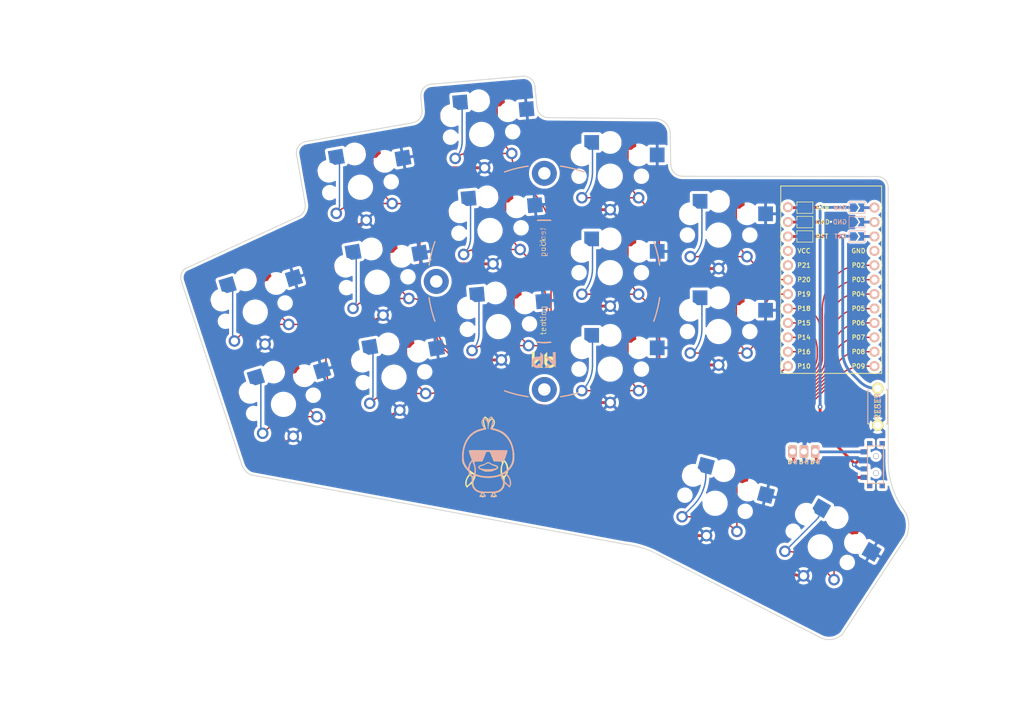
<source format=kicad_pcb>
(kicad_pcb (version 20211014) (generator pcbnew)
  (title_block (title "board") (rev "v1.0.0") (company "Unknown"))
  (layers (0 "F.Cu" signal) (31 "B.Cu" signal) (34 "B.Paste" user) (35 "F.Paste" user) (36 "B.SilkS" user "B.Silkscreen") (37 "F.SilkS" user "F.Silkscreen") (38 "B.Mask" user) (39 "F.Mask" user) (44 "Edge.Cuts" user))
  (net 0 "")
  (net 1 "P6")
  (net 2 "GND")
  (net 3 "P5")
  (net 4 "P4")
  (net 5 "P3")
  (net 6 "P2")
  (net 7 "P18")
  (net 8 "P15")
  (net 9 "P14")
  (net 10 "P16")
  (net 11 "P10")
  (net 12 "P19")
  (net 13 "P20")
  (net 14 "P21")
  (net 15 "P7")
  (net 16 "P8")
  (net 17 "P9")
  (net 18 "RAW")
  (net 19 "RST")
  (net 20 "VCC")
  (net 21 "Braw")
  (footprint "E73:SPDT_C128955" (layer "F.Cu") (at 162.242148 -55.849495 -90)
    (fp_text reference "T1" hide)
    (fp_text value "" hide)
  )
  (footprint "lib:bat" (layer "F.Cu") (at 149.545396 -58.163682)
    (fp_text reference "PAD1" hide)
    (fp_text value "" hide)
  )
  (footprint "kbd:ResetSW" (layer "F.Cu") (at 162.56 -66.04 90)
    (fp_text reference "B1" hide)
    (fp_text value "")
  )
  (footprint "PG1350" (layer "F.Cu") (at 71.38711 -104.745067 10)
    (fp_text reference "S11" hide)
    (fp_text value "" hide)
  )
  (footprint "PG1350" (layer "F.Cu") (at 152.428645 -41.360213 150)
    (fp_text reference "S34" hide)
    (fp_text value "" hide)
  )
  (footprint "PG1350" (layer "F.Cu") (at 94.221643 -97.114167 5)
    (fp_text reference "S15" hide)
    (fp_text value "" hide)
  )
  (footprint "PG1350" (layer "F.Cu") (at 115.411087 -89.686017)
    (fp_text reference "S21" hide)
    (fp_text value "" hide)
  )
  (footprint "PG1350" (layer "F.Cu") (at 77.291148 -71.261603 -170)
    (fp_text reference "S8" hide)
    (fp_text value "" hide)
  )
  (footprint "PG1350" (layer "F.Cu") (at 95.703291 -80.178857 -175)
    (fp_text reference "S14" hide)
    (fp_text value "" hide)
  )
  (footprint "PG1350" (layer "F.Cu") (at 115.411087 -72.686017 180)
    (fp_text reference "S20" hide)
    (fp_text value "" hide)
  )
  (footprint "PG1350" (layer "F.Cu") (at 134.517334 -79.310985 180)
    (fp_text reference "S28" hide)
    (fp_text value "" hide)
  )
  (footprint "PG1350" (layer "F.Cu") (at 134.517334 -96.310985)
    (fp_text reference "S29" hide)
    (fp_text value "" hide)
  )
  (footprint "LOGO" (layer "F.Cu") (at 93.819755 -55.859733)
    (fp_text reference "G***" hide)
    (fp_text value "LOGO" hide)
  )
  (footprint "PG1350" (layer "F.Cu") (at 152.428645 -41.360213 -30)
    (fp_text reference "S33" hide)
    (fp_text value "" hide)
  )
  (footprint "PG1350" (layer "F.Cu") (at 77.291148 -71.261603 10)
    (fp_text reference "S7" hide)
    (fp_text value "" hide)
  )
  (footprint "E73:SPDT_C128955" (layer "F.Cu") (at 162.242148 -55.849495 -90)
    (fp_text reference "T2" hide)
    (fp_text value "" hide)
  )
  (footprint "PG1350" (layer "F.Cu") (at 52.842259 -82.729963 17)
    (fp_text reference "S5" hide)
    (fp_text value "" hide)
  )
  (footprint "PG1350" (layer "F.Cu") (at 134.517334 -79.310985)
    (fp_text reference "S27" hide)
    (fp_text value "" hide)
  )
  (footprint "PG1350" (layer "F.Cu") (at 74.339129 -88.003335 10)
    (fp_text reference "S9" hide)
    (fp_text value "" hide)
  )
  (footprint "PG1350" (layer "F.Cu") (at 94.221643 -97.114167 -175)
    (fp_text reference "S16" hide)
    (fp_text value "" hide)
  )
  (footprint "PG1350" (layer "F.Cu") (at 134.517334 -96.310985 180)
    (fp_text reference "S30" hide)
    (fp_text value "" hide)
  )
  (footprint "PG1350" (layer "F.Cu") (at 95.703291 -80.178857 5)
    (fp_text reference "S13" hide)
    (fp_text value "" hide)
  )
  (footprint "PG1350" (layer "F.Cu") (at 115.411087 -106.686017 180)
    (fp_text reference "S24" hide)
    (fp_text value "" hide)
  )
  (footprint "PG1350" (layer "F.Cu") (at 92.739996 -114.049477 5)
    (fp_text reference "S17" hide)
    (fp_text value "" hide)
  )
  (footprint "PG1350" (layer "F.Cu") (at 57.812578 -66.472782 -163)
    (fp_text reference "S4" hide)
    (fp_text value "" hide)
  )
  (footprint "PG1350" (layer "F.Cu") (at 74.339129 -88.003335 -170)
    (fp_text reference "S10" hide)
    (fp_text value "" hide)
  )
  (footprint "PG1350" (layer "F.Cu") (at 115.411087 -89.686017 180)
    (fp_text reference "S22" hide)
    (fp_text value "" hide)
  )
  (footprint "PG1350" (layer "F.Cu") (at 133.891046 -49.038738 -15)
    (fp_text reference "S31" hide)
    (fp_text value "" hide)
  )
  (footprint "ProMicro" (layer "F.Cu") (at 154.357213 -87.172542 -90)
    (fp_text reference "MCU1" hide)
    (fp_text value "" hide)
  )
  (footprint "PG1350" (layer "F.Cu") (at 57.812578 -66.472782 17)
    (fp_text reference "S3" hide)
    (fp_text value "" hide)
  )
  (footprint "PG1350" (layer "F.Cu") (at 133.891046 -49.038738 165)
    (fp_text reference "S32" hide)
    (fp_text value "" hide)
  )
  (footprint "Alaa:Tenting_Puck_3_Holes" (layer "F.Cu") (at 103.79722 -88.141427)
    (fp_text reference "REF**")
    (fp_text value "Tenting Puck")
  )
  (footprint "PG1350" (layer "F.Cu") (at 71.38711 -104.745067 -170)
    (fp_text reference "S12" hide)
    (fp_text value "" hide)
  )
  (footprint "PG1350" (layer "F.Cu") (at 115.411087 -106.686017)
    (fp_text reference "S23" hide)
    (fp_text value "" hide)
  )
  (footprint "PG1350" (layer "F.Cu") (at 52.842259 -82.729963 -163)
    (fp_text reference "S6" hide)
    (fp_text value "" hide)
  )
  (footprint "PG1350" (layer "F.Cu") (at 115.411087 -72.686017)
    (fp_text reference "S19" hide)
    (fp_text value "" hide)
  )
  (footprint "PG1350" (layer "F.Cu") (at 92.739996 -114.049477 -175)
    (fp_text reference "S18" hide)
    (fp_text value "" hide)
  )
  (footprint "LOGO" (layer "B.Cu") (at 93.98 -55.88 180)
    (fp_text reference "G***" hide)
    (fp_text value "LOGO" hide)
  )
  (gr_arc (start 104.509588 -117.005368) (mid 103.158397 -117.530806) (end 102.517198 -118.831058) (layer "Edge.Cuts") (width 0.15))
  (gr_line (start 126.088253 -108.703396) (end 125.984 -114.046) (layer "Edge.Cuts") (width 0.15))
  (gr_arc (start 82.233091 -118.259454) (mid 81.827408 -116.867619) (end 80.587997 -116.115527) (layer "Edge.Cuts") (width 0.15))
  (gr_arc (start 167.528587 -47.330455) (mid 168.024672 -45.267049) (end 167.64 -43.18) (layer "Edge.Cuts") (width 0.15))
  (gr_arc (start 167.528587 -47.330455) (mid 165.211835 -51.649611) (end 164.411087 -56.485027) (layer "Edge.Cuts") (width 0.15))
  (gr_line (start 60.120825 -110.475759) (end 61.630489 -101.874615) (layer "Edge.Cuts") (width 0.15))
  (gr_line (start 118.067797 -41.80264) (end 52.13573 -54.028933) (layer "Edge.Cuts") (width 0.15))
  (gr_line (start 83.834124 -122.906984) (end 99.972478 -124.318907) (layer "Edge.Cuts") (width 0.15))
  (gr_arc (start 52.13573 -54.028933) (mid 51.093996 -54.760565) (end 50.45086 -55.859129) (layer "Edge.Cuts") (width 0.15))
  (gr_line (start 162.411086 -106.629429) (end 128.117202 -106.676472) (layer "Edge.Cuts") (width 0.15))
  (gr_line (start 104.509588 -117.005368) (end 123.444 -116.84) (layer "Edge.Cuts") (width 0.15))
  (gr_line (start 39.815446 -88.161643) (end 50.45086 -55.859129) (layer "Edge.Cuts") (width 0.15))
  (gr_arc (start 99.972478 -124.318908) (mid 101.432366 -123.858608) (end 102.139179 -122.500829) (layer "Edge.Cuts") (width 0.15))
  (gr_arc (start 128.117202 -106.676472) (mid 126.698658 -107.285463) (end 126.088253 -108.703396) (layer "Edge.Cuts") (width 0.15))
  (gr_arc (start 60.120826 -110.475759) (mid 60.452137 -111.970208) (end 61.743144 -112.792671) (layer "Edge.Cuts") (width 0.15))
  (gr_line (start 156.354214 -25.985787) (end 167.64 -43.18) (layer "Edge.Cuts") (width 0.15))
  (gr_arc (start 118.067797 -41.80264) (mid 120.992158 -41.190657) (end 123.746692 -40.034594) (layer "Edge.Cuts") (width 0.15))
  (gr_line (start 152.4 -25.4) (end 123.746692 -40.034594) (layer "Edge.Cuts") (width 0.15))
  (gr_arc (start 123.444 -116.84) (mid 125.278785 -115.956422) (end 125.984 -114.046) (layer "Edge.Cuts") (width 0.15))
  (gr_arc (start 156.354214 -25.985787) (mid 154.473897 -25.039536) (end 152.4 -25.4) (layer "Edge.Cuts") (width 0.15))
  (gr_arc (start 39.815446 -88.161643) (mid 39.788585 -89.36909) (end 40.458272 -90.379598) (layer "Edge.Cuts") (width 0.15))
  (gr_line (start 102.139179 -122.500829) (end 102.517198 -118.831058) (layer "Edge.Cuts") (width 0.15))
  (gr_line (start 61.743144 -112.792671) (end 80.587997 -116.115527) (layer "Edge.Cuts") (width 0.15))
  (gr_arc (start 61.630489 -101.874615) (mid 61.532287 -100.734816) (end 60.891088 -99.781795) (layer "Edge.Cuts") (width 0.15))
  (gr_arc (start 82.016046 -120.740284) (mid 82.476347 -122.20017) (end 83.834124 -122.906984) (layer "Edge.Cuts") (width 0.15))
  (gr_line (start 40.458272 -90.379598) (end 60.891088 -99.781795) (layer "Edge.Cuts") (width 0.15))
  (gr_line (start 82.23309 -118.259454) (end 82.016046 -120.740283) (layer "Edge.Cuts") (width 0.15))
  (gr_arc (start 162.411086 -106.629429) (mid 163.838502 -106.070136) (end 164.411086 -104.648) (layer "Edge.Cuts") (width 0.15))
  (gr_line (start 164.411087 -56.485027) (end 164.411086 -104.648) (layer "Edge.Cuts") (width 0.15))
  (segment (start 58.734795 -80.557863) (end 55.358037 -80.557863) (width 0.25) (layer "F.Cu") (net 1))
  (segment (start 54.234545 -89.377494) (end 54.234545 -87.979503) (width 0.25) (layer "F.Cu") (net 1))
  (segment (start 49.788478 -78.250876) (end 49.171748 -77.634146) (width 0.25) (layer "F.Cu") (net 1))
  (segment (start 56.300278 -82.99238) (end 58.734795 -80.557863) (width 0.25) (layer "F.Cu") (net 1))
  (segment (start 153.693261 -71.410993) (end 151.280532 -68.998264) (width 0.25) (layer "F.Cu") (net 1))
  (segment (start 91.78102 -72.037524) (end 91.278718 -72.037527) (width 0.25) (layer "F.Cu") (net 1))
  (segment (start 65.297412 -73.399467) (end 65.297412 -77.425602) (width 0.25) (layer "F.Cu") (net 1))
  (segment (start 154.628374 -73.668552) (end 154.628375 -75.861922) (width 0.25) (layer "F.Cu") (net 1))
  (segment (start 147.133233 -67.280397) (end 129.31207 -67.280397) (width 0.25) (layer "F.Cu") (net 1))
  (segment (start 161.977213 -80.822542) (end 159.565418 -80.822542) (width 0.25) (layer "F.Cu") (net 1))
  (segment (start 118.782169 -62.104105) (end 112.409487 -62.104105) (width 0.25) (layer "F.Cu") (net 1))
  (segment (start 107.978155 -63.939623) (end 107.96024 -63.957538) (width 0.25) (layer "F.Cu") (net 1))
  (segment (start 68.940678 -65.679322) (end 68.180201 -66.439799) (width 0.25) (layer "F.Cu") (net 1))
  (segment (start 62.223157 -80.557863) (end 58.734795 -80.557863) (width 0.25) (layer "F.Cu") (net 1))
  (segment (start 125.130274 -65.54824) (end 123.739556 -64.157522) (width 0.25) (layer "F.Cu") (net 1))
  (segment (start 103.653454 -64.934916) (end 105.600595 -64.934927) (width 0.25) (layer "F.Cu") (net 1))
  (segment (start 88.348235 -70.82369) (end 82.785318 -65.260774) (width 0.25) (layer "F.Cu") (net 1))
  (segment (start 78.534434 -63.5) (end 74.202027 -63.5) (width 0.25) (layer "F.Cu") (net 1))
  (segment (start 99.346897 -66.718742) (end 95.617065 -70.448572) (width 0.25) (layer "F.Cu") (net 1))
  (arc (start 159.565418 -80.822542) (mid 157.682479 -80.448002) (end 156.086191 -79.381394) (width 0.25) (layer "F.Cu") (net 1))
  (arc (start 107.978155 -63.939623) (mid 110.011267 -62.581141) (end 112.409487 -62.104105) (width 0.25) (layer "F.Cu") (net 1))
  (arc (start 68.940678 -65.679322) (mid 71.354605 -64.066387) (end 74.202027 -63.5) (width 0.25) (layer "F.Cu") (net 1))
  (arc (start 82.785318 -65.260774) (mid 80.834996 -63.95761) (end 78.534434 -63.5) (width 0.25) (layer "F.Cu") (net 1))
  (arc (start 62.223157 -80.557863) (mid 63.383912 -80.326975) (end 64.367952 -79.66946) (width 0.25) (layer "F.Cu") (net 1))
  (arc (start 129.31207 -67.280397) (mid 127.048898 -66.830224) (end 125.130274 -65.54824) (width 0.25) (layer "F.Cu") (net 1))
  (arc (start 91.78102 -72.037524) (mid 93.857072 -71.624563) (end 95.617065 -70.448572) (width 0.25) (layer "F.Cu") (net 1))
  (arc (start 107.96024 -63.957538) (mid 106.877626 -64.680916) (end 105.600595 -64.934927) (width 0.25) (layer "F.Cu") (net 1))
  (arc (start 88.348235 -70.82369) (mid 89.692752 -71.722065) (end 91.278718 -72.037527) (width 0.25) (layer "F.Cu") (net 1))
  (arc (start 156.086191 -79.381394) (mid 155.007251 -77.766646) (end 154.628375 -75.861922) (width 0.25) (layer "F.Cu") (net 1))
  (arc (start 154.628374 -73.668552) (mid 154.385346 -72.44677) (end 153.693261 -71.410993) (width 0.25) (layer "F.Cu") (net 1))
  (arc (start 99.346897 -66.718742) (mid 101.322754 -65.398517) (end 103.653454 -64.934916) (width 0.25) (layer "F.Cu") (net 1))
  (arc (start 118.782169 -62.104105) (mid 121.465088 -62.637771) (end 123.739556 -64.157522) (width 0.25) (layer "F.Cu") (net 1))
  (arc (start 147.133233 -67.280397) (mid 149.377735 -67.726856) (end 151.280532 -68.998264) (width 0.25) (layer "F.Cu") (net 1))
  (arc (start 55.358037 -80.557863) (mid 52.343813 -79.958297) (end 49.788478 -78.250876) (width 0.25) (layer "F.Cu") (net 1))
  (arc (start 68.180201 -66.439799) (mid 66.046625 -69.632922) (end 65.297412 -73.399467) (width 0.25) (layer "F.Cu") (net 1))
  (arc (start 54.234545 -87.979503) (mid 54.771412 -85.280492) (end 56.300278 -82.99238) (width 0.25) (layer "F.Cu") (net 1))
  (arc (start 65.297412 -77.425602) (mid 65.055863 -78.639948) (end 64.367952 -79.66946) (width 0.25) (layer "F.Cu") (net 1))
  (segment (start 47.655954 -88.184596) (end 48.856953 -86.983597) (width 0.25) (layer "B.Cu") (net 1))
  (segment (start 48.856953 -86.983597) (end 48.856953 -78.356283) (width 0.25) (layer "B.Cu") (net 1))
  (segment (start 107.860667 -75.711437) (end 107.136087 -76.436017) (width 0.5) (layer "F.Cu") (net 2))
  (segment (start 96.21751 -74.301308) (end 90.75245 -74.301308) (width 0.5) (layer "F.Cu") (net 2))
  (segment (start 134.517334 -90.410985) (end 129.112129 -90.410985) (width 0.5) (layer "F.Cu") (net 2))
  (segment (start 63.384822 -103.127798) (end 63.384822 -104.70719) (width 0.5) (layer "F.Cu") (net 2))
  (segment (start 115.411087 -66.786017) (end 111.147162 -66.786017) (width 0.5) (layer "F.Cu") (net 2))
  (segment (start 126.242334 -94.057667) (end 126.242334 -100.060985) (width 0.5) (layer "F.Cu") (net 2))
  (segment (start 108.15356 -69.467544) (end 108.15356 -75.00433) (width 0.5) (layer "F.Cu") (net 2))
  (segment (start 62.586645 -106.6342) (end 62.586645 -107.001157) (width 0.5) (layer "F.Cu") (net 2))
  (segment (start 72.910847 -81.17697) (end 70.302339 -81.17697) (width 0.5) (layer "F.Cu") (net 2))
  (segment (start 146.982923 -48.590946) (end 147.137285 -48.745308) (width 0.5) (layer "F.Cu") (net 2))
  (segment (start 145.193016 -38.025832) (end 145.021104 -38.197744) (width 0.5) (layer "F.Cu") (net 2))
  (segment (start 89.059352 -75.002612) (end 88.847359 -75.214605) (width 0.5) (layer "F.Cu") (net 2))
  (segment (start 132.364014 -43.339776) (end 128.497068 -43.339776) (width 0.5) (layer "F.Cu") (net 2))
  (segment (start 49.624468 -66.280778) (end 49.095655 -66.809591) (width 0.5) (layer "F.Cu") (net 2))
  (segment (start 59.537571 -60.830584) (end 59.281853 -60.574866) (width 0.5) (layer "F.Cu") (net 2))
  (segment (start 75.862839 -64.435238) (end 73.894431 -64.435238) (width 0.5) (layer "F.Cu") (net 2))
  (segment (start 115.411087 -83.786017) (end 110.041232 -83.786017) (width 0.5) (layer "F.Cu") (net 2))
  (segment (start 125.668651 -44.511349) (end 125.631573 -44.548427) (width 0.5) (layer "F.Cu") (net 2))
  (segment (start 56.660877 -59.489222) (end 54.384218 -59.489222) (width 0.5) (layer "F.Cu") (net 2))
  (segment (start 69.958828 -97.918702) (end 68.020735 -97.918702) (width 0.5) (layer "F.Cu") (net 2))
  (segment (start 52.256434 -60.370579) (end 51.433907 -61.193106) (width 0.5) (layer "F.Cu") (net 2))
  (segment (start 93.254215 -108.171928) (end 87.702044 -108.171928) (width 0.5) (layer "F.Cu") (net 2))
  (segment (start 134.517334 -73.410985) (end 130.072619 -73.410985) (width 0.5) (layer "F.Cu") (net 2))
  (segment (start 107.136087 -104.725256) (end 107.136087 -110.436017) (width 0.5) (layer "F.Cu") (net 2))
  (segment (start 124.46 -47.376825) (end 124.46 -48.987928) (width 0.5) (layer "F.Cu") (net 2))
  (segment (start 115.411087 -100.786017) (end 110.931058 -100.786017) (width 0.5) (layer "F.Cu") (net 2))
  (segment (start 85.651298 -95.696818) (end 85.651298 -100.128683) (width 0.5) (layer "F.Cu") (net 2))
  (segment (start 65.538664 -86.474121) (end 65.538664 -90.259425) (width 0.5) (layer "F.Cu") (net 2))
  (segment (start 48.802762 -67.516698) (end 48.802762 -67.639549) (width 0.5) (layer "F.Cu") (net 2))
  (segment (start 154.256703 -98.602542) (end 150.44369 -98.602542) (width 0.5) (layer "F.Cu") (net 2))
  (segment (start 108.15356 -76.015027) (end 107.136087 -77.0325) (width 0.5) (layer "F.Cu") (net 2))
  (segment (start 108.601221 -101.751067) (end 108.20315 -102.149138) (width 0.5) (layer "F.Cu") (net 2))
  (segment (start 94.735862 -91.236618) (end 89.257306 -91.236618) (width 0.5) (layer "F.Cu") (net 2))
  (segment (start 87.132946 -79.353564) (end 87.132946 -83.193373) (width 0.5) (layer "F.Cu") (net 2))
  (segment (start 154.304587 -98.650426) (end 154.256703 -98.602542) (width 0.5) (layer "F.Cu") (net 2))
  (segment (start 44.864298 -81.383842) (end 44.864298 -81.405554) (width 0.5) (layer "F.Cu") (net 2))
  (segment (start 54.567252 -77.087765) (end 53.852271 -76.372784) (width 0.5) (layer "F.Cu") (net 2))
  (segment (start 68.490683 -70.375596) (end 68.490683 -73.517693) (width 0.5) (layer "F.Cu") (net 2))
  (segment (start 51.065063 -75.218284) (end 50.199836 -75.218284) (width 0.5) (layer "F.Cu") (net 2))
  (segment (start 107.136087 -87.155021) (end 107.136087 -93.436017) (width 0.5) (layer "F.Cu") (net 2))
  (segment (start 84.169651 -112.729471) (end 84.169651 -117.063993) (width 0.5) (layer "F.Cu") (net 2))
  (segment (start 49.917361 -64.854373) (end 49.917361 -65.573671) (width 0.5) (layer "F.Cu") (net 2))
  (segment (start 126.242334 -78.278392) (end 126.242334 -83.060985) (width 0.5) (layer "F.Cu") (net 2))
  (via (at 154.304587 -98.650426) (size 0.8) (drill 0.4) (layers "F.Cu" "B.Cu") (net 2))
  (arc (start 107.136087 -87.155021) (mid 107.417504 -85.740242) (end 108.218912 -84.54085) (width 0.5) (layer "F.Cu") (net 2))
  (arc (start 87.134582 -92.115879) (mid 88.108496 -91.46513) (end 89.257306 -91.236618) (width 0.5) (layer "F.Cu") (net 2))
  (arc (start 146.982923 -48.590946) (mid 144.663873 -45.120243) (end 143.849531 -41.026171) (width 0.5) (layer "F.Cu") (net 2))
  (arc (start 125.631573 -44.548427) (mid 124.764482 -45.846104) (end 124.46 -47.376825) (width 0.5) (layer "F.Cu") (net 2))
  (arc (start 43.832443 -83.89673) (mid 44.596116 -82.753791) (end 44.864298 -81.405554) (width 0.5) (layer "F.Cu") (net 2))
  (arc (start 85.651298 -95.696818) (mid 86.036786 -93.758838) (end 87.134582 -92.115879) (width 0.5) (layer "F.Cu") (net 2))
  (arc (start 145.021104 -38.197744) (mid 144.154013 -39.495437) (end 143.849531 -41.026171) (width 0.5) (layer "F.Cu") (net 2))
  (arc (start 126.242334 -94.057667) (mid 126.56174 -92.451907) (end 127.471303 -91.090637) (width 0.5) (layer "F.Cu") (net 2))
  (arc (start 108.20315 -102.149138) (mid 107.413408 -103.331071) (end 107.136087 -104.725256) (width 0.5) (layer "F.Cu") (net 2))
  (arc (start 129.112129 -90.410985) (mid 128.224121 -90.587621) (end 127.471303 -91.090637) (width 0.5) (layer "F.Cu") (net 2))
  (arc (start 49.095655 -66.809591) (mid 48.878882 -67.134014) (end 48.802762 -67.516698) (width 0.5) (layer "F.Cu") (net 2))
  (arc (start 127.882799 -74.318038) (mid 128.887497 -73.64672) (end 130.072619 -73.410985) (width 0.5) (layer "F.Cu") (net 2))
  (arc (start 53.852271 -76.372784) (mid 52.573489 -75.518329) (end 51.065063 -75.218284) (width 0.5) (layer "F.Cu") (net 2))
  (arc (start 49.917361 -64.854373) (mid 50.311499 -62.87291) (end 51.433907 -61.193106) (width 0.5) (layer "F.Cu") (net 2))
  (arc (start 149.478645 -36.250663) (mid 147.159282 -36.712014) (end 145.193016 -38.025832) (width 0.5) (layer "F.Cu") (net 2))
  (arc (start 49.624468 -66.280778) (mid 49.841241 -65.956355) (end 49.917361 -65.573671) (width 0.5) (layer "F.Cu") (net 2))
  (arc (start 110.041232 -83.786017) (mid 109.055004 -83.98219) (end 108.218912 -84.54085) (width 0.5) (layer "F.Cu") (net 2))
  (arc (start 50.199836 -75.218284) (mid 48.382619 -75.579751) (end 46.842057 -76.609122) (width 0.5) (layer "F.Cu") (net 2))
  (arc (start 54.384218 -59.489222) (mid 53.23267 -59.718279) (end 52.256434 -60.370579) (width 0.5) (layer "F.Cu") (net 2))
  (arc (start 62.879538 -105.927093) (mid 62.662765 -106.251516) (end 62.586645 -106.6342) (width 0.5) (layer "F.Cu") (net 2))
  (arc (start 125.668651 -44.511349) (mid 126.966344 -43.644256) (end 128.497068 -43.339776) (width 0.5) (layer "F.Cu") (net 2))
  (arc (start 46.842057 -76.609122) (mid 45.378299 -78.799786) (end 44.864298 -81.383842) (width 0.5) (layer "F.Cu") (net 2))
  (arc (start 65.02926 -99.157812) (mid 63.812191 -100.979271) (end 63.384822 -103.127798) (width 0.5) (layer "F.Cu") (net 2))
  (arc (start 70.302339 -81.17697) (mid 68.623713 -81.51087) (end 67.200642 -82.461735) (width 0.5) (layer "F.Cu") (net 2))
  (arc (start 56.660877 -59.489222) (mid 58.079339 -59.771372) (end 59.281853 -60.574866) (width 0.5) (layer "F.Cu") (net 2))
  (arc (start 69.958828 -97.918702) (mid 71.286264 -98.182745) (end 72.411634 -98.934701) (width 0.5) (layer "F.Cu") (net 2))
  (arc (start 75.862839 -64.435238) (mid 77.1903 -64.699286) (end 78.315672 -65.451237) (width 0.5) (layer "F.Cu") (net 2))
  (arc (start 108.601221 -101.751067) (mid 109.670159 -101.036825) (end 110.931058 -100.786017) (width 0.5) (layer "F.Cu") (net 2))
  (arc (start 127.882799 -74.318038) (mid 126.668661 -76.135095) (end 126.242334 -78.278392) (width 0.5) (layer "F.Cu") (net 2))
  (arc (start 124.46 -48.987928) (mid 125.085957 -52.134825) (end 126.868581 -54.802687) (width 0.5) (layer "F.Cu") (net 2))
  (arc (start 72.910847 -81.17697) (mid 74.238283 -81.441013) (end 75.363653 -82.192969) (width 0.5) (layer "F.Cu") (net 2))
  (arc (start 73.894431 -64.435238) (mid 71.971712 -64.817691) (end 70.34171 -65.906823) (width 0.5) (layer "F.Cu") (net 2))
  (arc (start 70.34171 -65.906823) (mid 68.971749 -67.957113) (end 68.490683 -70.375596) (width 0.5) (layer "F.Cu") (net 2))
  (arc (start 62.879538 -105.927093) (mid 63.253495 -105.367412) (end 63.384822 -104.70719) (width 0.5) (layer "F.Cu") (net 2))
  (arc (start 87.702044 -108.171928) (mid 86.627666 -108.385635) (end 85.716852 -108.994221) (width 0.5) (layer "F.Cu") (net 2))
  (arc (start 111.147162 -66.786017) (mid 109.917107 -67.03069) (end 108.874317 -67.72746) (width 0.5) (layer "F.Cu") (net 2))
  (arc (start 107.860667 -75.711437) (mid 108.07744 -75.387014) (end 108.15356 -75.00433) (width 0.5) (layer "F.Cu") (net 2))
  (arc (start 65.538664 -86.474121) (mid 65.970601 -84.302626) (end 67.200642 -82.461735) (width 0.5) (layer "F.Cu") (net 2))
  (arc (start 90.75245 -74.301308) (mid 89.836152 -74.483571) (end 89.059352 -75.002612) (width 0.5) (layer "F.Cu") (net 2))
  (arc (start 88.847359 -75.214605) (mid 87.578507 -77.113576) (end 87.132946 -79.353564) (width 0.5) (layer "F.Cu") (net 2))
  (arc (start 68.020735 -97.918702) (mid 66.40176 -98.240736) (end 65.02926 -99.157812) (width 0.5) (layer "F.Cu") (net 2))
  (arc (start 108.15356 -69.467544) (mid 108.340883 -68.525807) (end 108.874317 -67.72746) (width 0.5) (layer "F.Cu") (net 2))
  (arc (start 84.169651 -112.729471) (mid 84.571751 -110.707977) (end 85.716852 -108.994221) (width 0.5) (layer "F.Cu") (net 2))
  (segment (start 154.329345 -98.675184) (end 154.329345 -65.83257) (width 0.5) (layer "B.Cu") (net 2))
  (segment (start 153.617247 -64.113413) (end 150.873221 -61.369387) (width 0.5) (layer "B.Cu") (net 2))
  (segment (start 154.304587 -98.650426) (end 154.329345 -98.675184) (width 0.5) (layer "B.Cu") (net 2))
  (segment (start 154.329345 -98.675184) (end 158.139502 -98.675184) (width 0.5) (layer "B.Cu") (net 2))
  (arc (start 153.617247 -64.113413) (mid 154.144277 -64.902169) (end 154.329345 -65.83257) (width 0.5) (layer "B.Cu") (net 2))
  (arc (start 149.545396 -58.163682) (mid 149.890486 -59.898623) (end 150.873221 -61.369387) (width 0.5) (layer "B.Cu") (net 2))
  (segment (start 154.178854 -73.871207) (end 154.178854 -77.673529) (width 0.25) (layer "F.Cu") (net 3))
  (segment (start 159.447915 -83.345369) (end 161.96004 -83.345369) (width 0.25) (layer "F.Cu") (net 3))
  (segment (start 123.579218 -64.632902) (end 125.104747 -66.158431) (width 0.25) (layer "F.Cu") (net 3))
  (segment (start 82.35971 -68.902914) (end 82.87505 -68.387574) (width 0.25) (layer "F.Cu") (net 3))
  (segment (start 95.607243 -71.094113) (end 99.482824 -67.218532) (width 0.25) (layer "F.Cu") (net 3))
  (segment (start 151.129917 -69.483366) (end 153.232106 -71.585555) (width 0.25) (layer "F.Cu") (net 3))
  (segment (start 82.87505 -68.387574) (end 77.219226 -68.387574) (width 0.25) (layer "F.Cu") (net 3))
  (segment (start 79.483187 -77.689907) (end 79.483187 -75.847456) (width 0.25) (layer "F.Cu") (net 3))
  (segment (start 86.516152 -69.627326) (end 88.185407 -71.296581) (width 0.25) (layer "F.Cu") (net 3))
  (segment (start 112.440378 -62.553625) (end 118.559399 -62.553625) (width 0.25) (layer "F.Cu") (net 3))
  (segment (start 82.87505 -68.387574) (end 83.523125 -68.387574) (width 0.25) (layer "F.Cu") (net 3))
  (segment (start 103.910701 -65.384436) (end 105.606163 -65.384436) (width 0.25) (layer "F.Cu") (net 3))
  (segment (start 91.059431 -72.487041) (end 92.244417 -72.487041) (width 0.25) (layer "F.Cu") (net 3))
  (segment (start 128.89865 -67.729917) (end 146.896717 -67.729917) (width 0.25) (layer "F.Cu") (net 3))
  (arc (start 125.104747 -66.158431) (mid 126.845405 -67.321501) (end 128.89865 -67.729917) (width 0.25) (layer "F.Cu") (net 3))
  (arc (start 83.523125 -68.387574) (mid 85.142939 -68.709775) (end 86.516152 -69.627326) (width 0.25) (layer "F.Cu") (net 3))
  (arc (start 154.178854 -73.871207) (mid 153.932802 -72.634221) (end 153.232106 -71.585555) (width 0.25) (layer "F.Cu") (net 3))
  (arc (start 159.447915 -83.345369) (mid 157.540532 -82.965965) (end 155.923495 -81.885479) (width 0.25) (layer "F.Cu") (net 3))
  (arc (start 123.579218 -64.632902) (mid 121.276105 -63.094011) (end 118.559399 -62.553625) (width 0.25) (layer "F.Cu") (net 3))
  (arc (start 108.274195 -64.279301) (mid 107.050091 -65.097221) (end 105.606163 -65.384436) (width 0.25) (layer "F.Cu") (net 3))
  (arc (start 155.923495 -81.885479) (mid 154.632272 -79.953019) (end 154.178854 -77.673529) (width 0.25) (layer "F.Cu") (net 3))
  (arc (start 108.274195 -64.279301) (mid 110.185644 -63.00212) (end 112.440378 -62.553625) (width 0.25) (layer "F.Cu") (net 3))
  (arc (start 77.219226 -68.387574) (mid 74.950387 -67.936274) (end 73.026972 -66.651093) (width 0.25) (layer "F.Cu") (net 3))
  (arc (start 95.607243 -71.094113) (mid 94.064365 -72.125031) (end 92.244417 -72.487041) (width 0.25) (layer "F.Cu") (net 3))
  (arc (start 91.059431 -72.487041) (mid 89.50402 -72.177651) (end 88.185407 -71.296581) (width 0.25) (layer "F.Cu") (net 3))
  (arc (start 146.896717 -67.729917) (mid 149.187708 -68.185624) (end 151.129917 -69.483366) (width 0.25) (layer "F.Cu") (net 3))
  (arc (start 99.482824 -67.218532) (mid 101.514362 -65.861102) (end 103.910701 -65.384436) (width 0.25) (layer "F.Cu") (net 3))
  (arc (start 79.483187 -75.847456) (mid 80.230771 -72.089097) (end 82.35971 -68.902914) (width 0.25) (layer "F.Cu") (net 3))
  (segment (start 73.032696 -76.552511) (end 73.297557 -76.28765) (width 0.25) (layer "B.Cu") (net 3))
  (segment (start 73.59045 -75.580543) (end 73.59045 -68.011415) (width 0.25) (layer "B.Cu") (net 3))
  (arc (start 73.59045 -75.580543) (mid 73.51433 -75.963226) (end 73.297557 -76.28765) (width 0.25) (layer "B.Cu") (net 3))
  (arc (start 73.59045 -68.011415) (mid 73.444013 -67.275228) (end 73.026972 -66.651093) (width 0.25) (layer "B.Cu") (net 3))
  (segment (start 128.741929 -68.179437) (end 146.76074 -68.179437) (width 0.25) (layer "F.Cu") (net 4))
  (segment (start 79.57389 -85.478447) (end 79.923031 -85.129306) (width 0.25) (layer "F.Cu") (net 4))
  (segment (start 95.639249 -71.697824) (end 99.583835 -67.753238) (width 0.25) (layer "F.Cu") (net 4))
  (segment (start 112.520013 -63.003145) (end 117.89184 -63.003145) (width 0.25) (layer "F.Cu") (net 4))
  (segment (start 76.531168 -94.431639) (end 76.531168 -92.824229) (width 0.25) (layer "F.Cu") (net 4))
  (segment (start 150.908206 -69.897373) (end 152.759252 -71.748419) (width 0.25) (layer "F.Cu") (net 4))
  (segment (start 86.243739 -76.075808) (end 88.152567 -74.16698) (width 0.25) (layer "F.Cu") (net 4))
  (segment (start 158.75926 -85.904799) (end 161.974956 -85.904799) (width 0.25) (layer "F.Cu") (net 4))
  (segment (start 79.923031 -85.129306) (end 74.267178 -85.129306) (width 0.25) (layer "F.Cu") (net 4))
  (segment (start 91.123061 -72.936561) (end 92.648673 -72.936561) (width 0.25) (layer "F.Cu") (net 4))
  (segment (start 79.923031 -85.129306) (end 80.381317 -85.129306) (width 0.25) (layer "F.Cu") (net 4))
  (segment (start 161.974956 -85.904799) (end 161.977213 -85.902542) (width 0.25) (layer "F.Cu") (net 4))
  (segment (start 153.729334 -74.090405) (end 153.729334 -79.683302) (width 0.25) (layer "F.Cu") (net 4))
  (segment (start 104.217391 -65.833956) (end 105.685872 -65.833956) (width 0.25) (layer "F.Cu") (net 4))
  (segment (start 123.733392 -65.422795) (end 124.897703 -66.587106) (width 0.25) (layer "F.Cu") (net 4))
  (arc (start 70.074953 -83.392825) (mid 71.998367 -84.678012) (end 74.267178 -85.129306) (width 0.25) (layer "F.Cu") (net 4))
  (arc (start 82.931171 -84.073111) (mid 84.008257 -82.461137) (end 84.38648 -80.559629) (width 0.25) (layer "F.Cu") (net 4))
  (arc (start 146.76074 -68.179437) (mid 149.005332 -68.625914) (end 150.908206 -69.897373) (width 0.25) (layer "F.Cu") (net 4))
  (arc (start 92.648673 -72.936561) (mid 94.267161 -72.614624) (end 95.639249 -71.697824) (width 0.25) (layer "F.Cu") (net 4))
  (arc (start 128.741929 -68.179437) (mid 126.661449 -67.765604) (end 124.897703 -66.587106) (width 0.25) (layer "F.Cu") (net 4))
  (arc (start 76.531168 -92.824229) (mid 77.321946 -88.848721) (end 79.57389 -85.478447) (width 0.25) (layer "F.Cu") (net 4))
  (arc (start 108.535695 -64.653521) (mid 107.228185 -65.527171) (end 105.685872 -65.833956) (width 0.25) (layer "F.Cu") (net 4))
  (arc (start 153.729334 -79.683302) (mid 154.267054 -82.386604) (end 155.798352 -84.678352) (width 0.25) (layer "F.Cu") (net 4))
  (arc (start 155.798352 -84.678352) (mid 157.156827 -85.586055) (end 158.75926 -85.904799) (width 0.25) (layer "F.Cu") (net 4))
  (arc (start 86.243739 -76.075808) (mid 84.869166 -78.133003) (end 84.38648 -80.559629) (width 0.25) (layer "F.Cu") (net 4))
  (arc (start 99.583835 -67.753238) (mid 101.709729 -66.332761) (end 104.217391 -65.833956) (width 0.25) (layer "F.Cu") (net 4))
  (arc (start 82.931171 -84.073111) (mid 81.761278 -84.854815) (end 80.381317 -85.129306) (width 0.25) (layer "F.Cu") (net 4))
  (arc (start 88.152567 -74.16698) (mid 89.515441 -73.256337) (end 91.123061 -72.936561) (width 0.25) (layer "F.Cu") (net 4))
  (arc (start 108.535695 -64.653521) (mid 110.363732 -63.432055) (end 112.520013 -63.003145) (width 0.25) (layer "F.Cu") (net 4))
  (arc (start 153.729334 -74.090405) (mid 153.477218 -72.822931) (end 152.759252 -71.748419) (width 0.25) (layer "F.Cu") (net 4))
  (arc (start 117.89184 -63.003145) (mid 121.053265 -63.631991) (end 123.733392 -65.422795) (width 0.25) (layer "F.Cu") (net 4))
  (segment (start 70.638431 -92.322275) (end 70.638431 -84.753192) (width 0.25) (layer "B.Cu") (net 4))
  (segment (start 70.080677 -93.294243) (end 70.345538 -93.029382) (width 0.25) (layer "B.Cu") (net 4))
  (arc (start 70.638431 -92.322275) (mid 70.562311 -92.704958) (end 70.345538 -93.029382) (width 0.25) (layer "B.Cu") (net 4))
  (arc (start 70.074953 -83.392825) (mid 70.491986 -84.016963) (end 70.638431 -84.753192) (width 0.25) (layer "B.Cu") (net 4))
  (segment (start 73.579149 -111.173371) (end 73.579149 -108.556949) (width 0.25) (layer "F.Cu") (net 5))
  (segment (start 150.869466 -70.494351) (end 152.238705 -71.86359) (width 0.25) (layer "F.Cu") (net 5))
  (segment (start 83.23243 -84.40757) (end 83.364728 -84.275272) (width 0.25) (layer "F.Cu") (net 5))
  (segment (start 112.906695 -63.452665) (end 117.523807 -63.452665) (width 0.25) (layer "F.Cu") (net 5))
  (segment (start 81.858703 -97.932076) (end 81.858703 -87.724041) (width 0.25) (layer "F.Cu") (net 5))
  (segment (start 76.971012 -101.871038) (end 71.315171 -101.871038) (width 0.25) (layer "F.Cu") (net 5))
  (segment (start 104.339424 -66.283476) (end 106.072528 -66.283476) (width 0.25) (layer "F.Cu") (net 5))
  (segment (start 153.249052 -74.302784) (end 153.249052 -81.801056) (width 0.25) (layer "F.Cu") (net 5))
  (segment (start 76.971012 -101.871038) (end 77.953314 -101.871038) (width 0.25) (layer "F.Cu") (net 5))
  (segment (start 91.183081 -73.386081) (end 92.761759 -73.386081) (width 0.25) (layer "F.Cu") (net 5))
  (segment (start 128.365993 -68.628957) (end 146.366007 -68.628957) (width 0.25) (layer "F.Cu") (net 5))
  (segment (start 75.908392 -102.933658) (end 76.971012 -101.871038) (width 0.25) (layer "F.Cu") (net 5))
  (segment (start 95.877143 -72.095647) (end 99.815402 -68.157388) (width 0.25) (layer "F.Cu") (net 5))
  (segment (start 159.375155 -88.442542) (end 161.977213 -88.442542) (width 0.25) (layer "F.Cu") (net 5))
  (segment (start 123.675771 -66.000892) (end 124.84567 -67.170791) (width 0.25) (layer "F.Cu") (net 5))
  (segment (start 86.677342 -76.277923) (end 88.427986 -74.527279) (width 0.25) (layer "F.Cu") (net 5))
  (arc (start 73.579149 -108.556949) (mid 74.1845 -105.513646) (end 75.908392 -102.933658) (width 0.25) (layer "F.Cu") (net 5))
  (arc (start 128.365993 -68.628957) (mid 126.460808 -68.249992) (end 124.84567 -67.170791) (width 0.25) (layer "F.Cu") (net 5))
  (arc (start 159.375155 -88.442542) (mid 157.170252 -88.00396) (end 155.301042 -86.754998) (width 0.25) (layer "F.Cu") (net 5))
  (arc (start 153.249052 -74.302784) (mid 152.986471 -72.982702) (end 152.238705 -71.86359) (width 0.25) (layer "F.Cu") (net 5))
  (arc (start 71.315171 -101.871038) (mid 69.046348 -101.419741) (end 67.122934 -100.134557) (width 0.25) (layer "F.Cu") (net 5))
  (arc (start 99.815402 -68.157388) (mid 101.891041 -66.77049) (end 104.339424 -66.283476) (width 0.25) (layer "F.Cu") (net 5))
  (arc (start 88.427986 -74.527279) (mid 89.692034 -73.682669) (end 91.183081 -73.386081) (width 0.25) (layer "F.Cu") (net 5))
  (arc (start 80.698046 -100.734152) (mid 81.557058 -99.448548) (end 81.858703 -97.932076) (width 0.25) (layer "F.Cu") (net 5))
  (arc (start 80.698046 -100.734152) (mid 79.438772 -101.575563) (end 77.953314 -101.871038) (width 0.25) (layer "F.Cu") (net 5))
  (arc (start 146.366007 -68.628957) (mid 148.803262 -69.113757) (end 150.869466 -70.494351) (width 0.25) (layer "F.Cu") (net 5))
  (arc (start 92.761759 -73.386081) (mid 94.447793 -73.050708) (end 95.877143 -72.095647) (width 0.25) (layer "F.Cu") (net 5))
  (arc (start 155.301042 -86.754998) (mid 153.782347 -84.48211) (end 153.249052 -81.801056) (width 0.25) (layer "F.Cu") (net 5))
  (arc (start 81.858703 -87.724041) (mid 82.215723 -85.92918) (end 83.23243 -84.40757) (width 0.25) (layer "F.Cu") (net 5))
  (arc (start 84.836 -80.723317) (mid 84.453629 -82.645617) (end 83.364728 -84.275272) (width 0.25) (layer "F.Cu") (net 5))
  (arc (start 106.072528 -66.283476) (mid 107.42965 -66.013526) (end 108.580161 -65.244775) (width 0.25) (layer "F.Cu") (net 5))
  (arc (start 117.523807 -63.452665) (mid 120.853226 -64.114928) (end 123.675771 -66.000892) (width 0.25) (layer "F.Cu") (net 5))
  (arc (start 86.677342 -76.277923) (mid 85.314549 -78.317487) (end 84.836 -80.723317) (width 0.25) (layer "F.Cu") (net 5))
  (arc (start 112.906695 -63.452665) (mid 110.565183 -63.918423) (end 108.580161 -65.244775) (width 0.25) (layer "F.Cu") (net 5))
  (segment (start 67.128658 -110.035975) (end 67.393519 -109.771114) (width 0.25) (layer "B.Cu") (net 5))
  (segment (start 67.686412 -109.064007) (end 67.686412 -101.494927) (width 0.25) (layer "B.Cu") (net 5))
  (arc (start 67.122934 -100.134557) (mid 67.539965 -100.758692) (end 67.686412 -101.494927) (width 0.25) (layer "B.Cu") (net 5))
  (arc (start 67.393519 -109.771114) (mid 67.610292 -109.446691) (end 67.686412 -109.064007) (width 0.25) (layer "B.Cu") (net 5))
  (segment (start 161.977213 -90.982542) (end 159.456117 -90.982542) (width 0.25) (layer "F.Cu") (net 6))
  (segment (start 102.089186 -76.829096) (end 101.015456 -76.829096) (width 0.25) (layer "F.Cu") (net 6))
  (segment (start 117.368554 -63.902185) (end 113.649252 -63.902185) (width 0.25) (layer "F.Cu") (net 6))
  (segment (start 101.015456 -76.829096) (end 100.518237 -77.326315) (width 0.25) (layer "F.Cu") (net 6))
  (segment (start 98.447252 -82.326116) (end 98.447252 -86.391651) (width 0.25) (layer "F.Cu") (net 6))
  (segment (start 152.799532 -83.14903) (end 152.799532 -74.680516) (width 0.25) (layer "F.Cu") (net 6))
  (segment (start 124.624885 -67.585723) (end 123.467693 -66.428531) (width 0.25) (layer "F.Cu") (net 6))
  (segment (start 146.121726 -69.078477) (end 128.228711 -69.078477) (width 0.25) (layer "F.Cu") (net 6))
  (segment (start 151.65375 -71.914353) (end 150.724338 -70.984941) (width 0.25) (layer "F.Cu") (net 6))
  (segment (start 105.920692 -71.642815) (end 104.869727 -72.69378) (width 0.25) (layer "F.Cu") (net 6))
  (segment (start 101.015456 -76.829096) (end 93.157611 -76.829096) (width 0.25) (layer "F.Cu") (net 6))
  (segment (start 108.372948 -66.087701) (end 107.251664 -67.208985) (width 0.25) (layer "F.Cu") (net 6))
  (segment (start 106.680001 -69.80968) (end 106.679981 -68.589181) (width 0.25) (layer "F.Cu") (net 6))
  (arc (start 107.251664 -67.208985) (mid 106.828551 -67.842224) (end 106.679981 -68.589181) (width 0.25) (layer "F.Cu") (net 6))
  (arc (start 103.377938 -76.295286) (mid 102.786662 -76.690359) (end 102.089186 -76.829096) (width 0.25) (layer "F.Cu") (net 6))
  (arc (start 152.799532 -74.680516) (mid 152.501753 -73.183479) (end 151.65375 -71.914353) (width 0.25) (layer "F.Cu") (net 6))
  (arc (start 104.869727 -72.69378) (mid 104.284622 -73.569451) (end 104.07916 -74.602376) (width 0.25) (layer "F.Cu") (net 6))
  (arc (start 104.07916 -74.602376) (mid 103.896918 -75.518576) (end 103.377938 -76.295286) (width 0.25) (layer "F.Cu") (net 6))
  (arc (start 150.724338 -70.984941) (mid 148.612642 -69.573951) (end 146.121726 -69.078477) (width 0.25) (layer "F.Cu") (net 6))
  (arc (start 106.680001 -69.80968) (mid 106.482663 -70.801765) (end 105.920692 -71.642815) (width 0.25) (layer "F.Cu") (net 6))
  (arc (start 128.228711 -69.078477) (mid 126.278334 -68.690523) (end 124.624885 -67.585723) (width 0.25) (layer "F.Cu") (net 6))
  (arc (start 155.337655 -89.2766) (mid 153.459169 -86.465247) (end 152.799532 -83.14903) (width 0.25) (layer "F.Cu") (net 6))
  (arc (start 100.518237 -77.326315) (mid 98.985483 -79.620243) (end 98.447252 -82.326116) (width 0.25) (layer "F.Cu") (net 6))
  (arc (start 123.467693 -66.428531) (mid 120.669384 -64.558761) (end 117.368554 -63.902185) (width 0.25) (layer "F.Cu") (net 6))
  (arc (start 159.456117 -90.982542) (mid 157.227239 -90.539191) (end 155.337655 -89.2766) (width 0.25) (layer "F.Cu") (net 6))
  (arc (start 93.157611 -76.829096) (mid 92.018903 -76.602596) (end 91.053509 -75.957538) (width 0.25) (layer "F.Cu") (net 6))
  (arc (start 113.649252 -63.902185) (mid 110.793737 -64.470182) (end 108.372948 -66.087701) (width 0.25) (layer "F.Cu") (net 6))
  (segment (start 91.922177 -85.82078) (end 91.977111 -85.765846) (width 0.25) (layer "B.Cu") (net 6))
  (segment (start 92.270004 -85.058739) (end 92.270004 -78.894442) (width 0.25) (layer "B.Cu") (net 6))
  (arc (start 92.270004 -78.894442) (mid 91.953843 -77.304992) (end 91.053509 -75.957538) (width 0.25) (layer "B.Cu") (net 6))
  (arc (start 91.977111 -85.765846) (mid 92.193884 -85.441423) (end 92.270004 -85.058739) (width 0.25) (layer "B.Cu") (net 6))
  (segment (start 113.722373 -64.351705) (end 117.283567 -64.351705) (width 0.25) (layer "F.Cu") (net 7))
  (segment (start 104.52868 -81.705709) (end 104.52868 -75.02437) (width 0.25) (layer "F.Cu") (net 7))
  (segment (start 152.350012 -74.848589) (end 152.350012 -79.972866) (width 0.25) (layer "F.Cu") (net 7))
  (segment (start 99.533808 -93.764406) (end 91.676008 -93.764406) (width 0.25) (layer "F.Cu") (net 7))
  (segment (start 148.800152 -83.362542) (end 146.737213 -83.362542) (width 0.25) (layer "F.Cu") (net 7))
  (segment (start 150.542027 -71.438348) (end 151.217047 -72.113368) (width 0.25) (layer "F.Cu") (net 7))
  (segment (start 128.13331 -69.527997) (end 145.930033 -69.527997) (width 0.25) (layer "F.Cu") (net 7))
  (segment (start 107.129521 -70.073613) (end 107.129516 -68.845095) (width 0.25) (layer "F.Cu") (net 7))
  (segment (start 108.639102 -66.457265) (end 107.75053 -67.345832) (width 0.25) (layer "F.Cu") (net 7))
  (segment (start 96.965604 -103.326961) (end 96.965604 -99.964568) (width 0.25) (layer "F.Cu") (net 7))
  (segment (start 105.48598 -72.713245) (end 106.425184 -71.774041) (width 0.25) (layer "F.Cu") (net 7))
  (segment (start 123.209927 -66.806483) (end 124.374485 -67.971041) (width 0.25) (layer "F.Cu") (net 7))
  (arc (start 151.390356 -82.289644) (mid 152.100612 -81.226684) (end 152.350012 -79.972866) (width 0.25) (layer "F.Cu") (net 7))
  (arc (start 107.129516 -68.845095) (mid 107.290911 -68.033699) (end 107.75053 -67.345832) (width 0.25) (layer "F.Cu") (net 7))
  (arc (start 152.350012 -74.848589) (mid 152.055564 -73.368298) (end 151.217047 -72.113368) (width 0.25) (layer "F.Cu") (net 7))
  (arc (start 117.283567 -64.351705) (mid 120.49089 -64.989681) (end 123.209927 -66.806483) (width 0.25) (layer "F.Cu") (net 7))
  (arc (start 128.13331 -69.527997) (mid 126.099049 -69.123357) (end 124.374485 -67.971041) (width 0.25) (layer "F.Cu") (net 7))
  (arc (start 107.129521 -70.073613) (mid 106.946472 -70.993878) (end 106.425184 -71.774041) (width 0.25) (layer "F.Cu") (net 7))
  (arc (start 104.52868 -81.705709) (mid 103.230553 -88.231832) (end 99.533808 -93.764406) (width 0.25) (layer "F.Cu") (net 7))
  (arc (start 151.390356 -82.289644) (mid 150.20196 -83.083705) (end 148.800152 -83.362542) (width 0.25) (layer "F.Cu") (net 7))
  (arc (start 145.930033 -69.527997) (mid 148.426026 -70.024481) (end 150.542027 -71.438348) (width 0.25) (layer "F.Cu") (net 7))
  (arc (start 108.639102 -66.457265) (mid 110.971327 -64.898922) (end 113.722373 -64.351705) (width 0.25) (layer "F.Cu") (net 7))
  (arc (start 91.676008 -93.764406) (mid 90.537245 -93.537892) (end 89.571861 -92.892848) (width 0.25) (layer "F.Cu") (net 7))
  (arc (start 99.533808 -93.764406) (mid 97.633052 -96.609077) (end 96.965604 -99.964568) (width 0.25) (layer "F.Cu") (net 7))
  (arc (start 104.52868 -75.02437) (mid 104.777474 -73.773598) (end 105.48598 -72.713245) (width 0.25) (layer "F.Cu") (net 7))
  (segment (start 90.440529 -102.75609) (end 90.495463 -102.701156) (width 0.25) (layer "B.Cu") (net 7))
  (segment (start 90.788356 -101.994049) (end 90.788356 -95.829746) (width 0.25) (layer "B.Cu") (net 7))
  (arc (start 90.788356 -95.829746) (mid 90.472196 -94.240301) (end 89.571861 -92.892848) (width 0.25) (layer "B.Cu") (net 7))
  (arc (start 90.788356 -101.994049) (mid 90.712236 -102.376732) (end 90.495463 -102.701156) (width 0.25) (layer "B.Cu") (net 7))
  (segment (start 150.383828 -71.915867) (end 150.807294 -72.339333) (width 0.25) (layer "F.Cu") (net 8))
  (segment (start 123.055598 -67.287872) (end 124.2633 -68.495574) (width 0.25) (layer "F.Cu") (net 8))
  (segment (start 100.285159 -105.308791) (end 101.73422 -103.85973) (width 0.25) (layer "F.Cu") (net 8))
  (segment (start 95.483957 -120.262271) (end 95.483957 -116.899891) (width 0.25) (layer "F.Cu") (net 8))
  (segment (start 127.841028 -69.977517) (end 145.704236 -69.977517) (width 0.25) (layer "F.Cu") (net 8))
  (segment (start 114.11695 -64.801225) (end 117.052302 -64.801225) (width 0.25) (layer "F.Cu") (net 8))
  (segment (start 108.677934 -67.05415) (end 108.209818 -67.522269) (width 0.25) (layer "F.Cu") (net 8))
  (segment (start 148.31567 -80.822542) (end 146.737213 -80.822542) (width 0.25) (layer "F.Cu") (net 8))
  (segment (start 98.052161 -110.699716) (end 90.194464 -110.699716) (width 0.25) (layer "F.Cu") (net 8))
  (segment (start 151.900492 -74.978547) (end 151.900492 -76.056341) (width 0.25) (layer "F.Cu") (net 8))
  (segment (start 104.9782 -96.02807) (end 104.9782 -75.329363) (width 0.25) (layer "F.Cu") (net 8))
  (segment (start 107.579043 -70.381944) (end 107.579037 -69.045125) (width 0.25) (layer "F.Cu") (net 8))
  (segment (start 106.019498 -72.815445) (end 106.961069 -71.873874) (width 0.25) (layer "F.Cu") (net 8))
  (arc (start 108.677934 -67.05415) (mid 111.173385 -65.386737) (end 114.11695 -64.801225) (width 0.25) (layer "F.Cu") (net 8))
  (arc (start 98.052161 -110.699716) (mid 98.632498 -107.782174) (end 100.285159 -105.308791) (width 0.25) (layer "F.Cu") (net 8))
  (arc (start 150.259783 -80.017287) (mid 151.474085 -78.199996) (end 151.900492 -76.056341) (width 0.25) (layer "F.Cu") (net 8))
  (arc (start 106.019498 -72.815445) (mid 105.248824 -73.96884) (end 104.9782 -75.329363) (width 0.25) (layer "F.Cu") (net 8))
  (arc (start 108.209818 -67.522269) (mid 107.74297 -68.220962) (end 107.579037 -69.045125) (width 0.25) (layer "F.Cu") (net 8))
  (arc (start 106.961069 -71.873874) (mid 107.418438 -71.189371) (end 107.579043 -70.381944) (width 0.25) (layer "F.Cu") (net 8))
  (arc (start 88.090214 -109.828158) (mid 89.055627 -110.473191) (end 90.194464 -110.699716) (width 0.25) (layer "F.Cu") (net 8))
  (arc (start 104.9782 -96.02807) (mid 104.135117 -100.266534) (end 101.73422 -103.85973) (width 0.25) (layer "F.Cu") (net 8))
  (arc (start 95.483957 -116.899891) (mid 96.151408 -113.544387) (end 98.052161 -110.699716) (width 0.25) (layer "F.Cu") (net 8))
  (arc (start 124.2633 -68.495574) (mid 125.904776 -69.592373) (end 127.841028 -69.977517) (width 0.25) (layer "F.Cu") (net 8))
  (arc (start 150.383828 -71.915867) (mid 148.236813 -70.481277) (end 145.704236 -69.977517) (width 0.25) (layer "F.Cu") (net 8))
  (arc (start 151.900492 -74.978547) (mid 151.616379 -73.550215) (end 150.807294 -72.339333) (width 0.25) (layer "F.Cu") (net 8))
  (arc (start 117.052302 -64.801225) (mid 120.301263 -65.447483) (end 123.055598 -67.287872) (width 0.25) (layer "F.Cu") (net 8))
  (arc (start 150.259783 -80.017287) (mid 149.36782 -80.613261) (end 148.31567 -80.822542) (width 0.25) (layer "F.Cu") (net 8))
  (segment (start 89.306709 -118.929359) (end 89.306709 -112.765018) (width 0.25) (layer "B.Cu") (net 8))
  (segment (start 88.958882 -119.6914) (end 89.013816 -119.636466) (width 0.25) (layer "B.Cu") (net 8))
  (arc (start 89.306709 -118.929359) (mid 89.230589 -119.312042) (end 89.013816 -119.636466) (width 0.25) (layer "B.Cu") (net 8))
  (arc (start 88.090214 -109.828158) (mid 88.990556 -111.175608) (end 89.306709 -112.765018) (width 0.25) (layer "B.Cu") (net 8))
  (segment (start 145.523814 -70.427037) (end 124.131383 -70.427037) (width 0.25) (layer "F.Cu") (net 9))
  (segment (start 120.411087 -68.886017) (end 110.411087 -68.886017) (width 0.25) (layer "F.Cu") (net 9))
  (segment (start 118.536566 -78.486496) (end 118.536566 -73.411461) (width 0.25) (layer "F.Cu") (net 9))
  (segment (start 146.737213 -78.282542) (end 147.763145 -78.28254) (width 0.25) (layer "F.Cu") (net 9))
  (segment (start 118.686087 -78.636017) (end 118.536566 -78.486496) (width 0.25) (layer "F.Cu") (net 9))
  (segment (start 150.379489 -72.547249) (end 150.193525 -72.361286) (width 0.25) (layer "F.Cu") (net 9))
  (segment (start 149.919895 -77.389182) (end 150.93883 -76.370247) (width 0.25) (layer "F.Cu") (net 9))
  (arc (start 150.379489 -72.547249) (mid 151.172436 -73.733897) (end 151.45099 -75.133584) (width 0.25) (layer "F.Cu") (net 9))
  (arc (start 147.763145 -78.28254) (mid 148.93037 -78.050363) (end 149.919895 -77.389182) (width 0.25) (layer "F.Cu") (net 9))
  (arc (start 151.45099 -75.133584) (mid 151.317922 -75.802861) (end 150.93883 -76.370247) (width 0.25) (layer "F.Cu") (net 9))
  (arc (start 145.523814 -70.427037) (mid 148.051042 -70.929732) (end 150.193525 -72.361286) (width 0.25) (layer "F.Cu") (net 9))
  (arc (start 124.131383 -70.427037) (mid 122.117994 -70.026549) (end 120.411087 -68.886017) (width 0.25) (layer "F.Cu") (net 9))
  (arc (start 118.536566 -73.411461) (mid 119.023729 -70.962326) (end 120.411087 -68.886017) (width 0.25) (layer "F.Cu") (net 9))
  (segment (start 112.285608 -79.029475) (end 112.285608 -73.277135) (width 0.25) (layer "B.Cu") (net 9))
  (segment (start 110.506106 -68.981036) (end 110.411087 -68.886017) (width 0.25) (layer "B.Cu") (net 9))
  (arc (start 112.285608 -73.277135) (mid 111.82313 -70.952103) (end 110.506106 -68.981036) (width 0.25) (layer "B.Cu") (net 9))
  (segment (start 149.14786 -75.449649) (end 149.255007 -75.342502) (width 0.25) (layer "F.Cu") (net 10))
  (segment (start 149.75333 -74.207609) (end 149.754114 -74.161201) (width 0.25) (layer "F.Cu") (net 10))
  (segment (start 148.822832 -75.664415) (end 148.913449 -75.626886) (width 0.25) (layer "F.Cu") (net 10))
  (segment (start 110.411087 -85.886017) (end 120.411087 -85.886017) (width 0.25) (layer "F.Cu") (net 10))
  (segment (start 146.060816 -70.981272) (end 145.681455 -70.921189) (width 0.25) (layer "F.Cu") (net 10))
  (segment (start 149.394267 -75.184539) (end 149.462424 -75.090733) (width 0.25) (layer "F.Cu") (net 10))
  (segment (start 149.348708 -72.879104) (end 149.249978 -72.750439) (width 0.25) (layer "F.Cu") (net 10))
  (segment (start 149.140361 -75.456839) (end 149.14786 -75.449649) (width 0.25) (layer "F.Cu") (net 10))
  (segment (start 149.653216 -74.716298) (end 149.686398 -74.614181) (width 0.25) (layer "F.Cu") (net 10))
  (segment (start 148.913449 -75.626886) (end 149.003796 -75.566526) (width 0.25) (layer "F.Cu") (net 10))
  (segment (start 149.744692 -73.944787) (end 149.723525 -73.783995) (width 0.25) (layer "F.Cu") (net 10))
  (segment (start 149.266954 -75.33035) (end 149.304316 -75.291692) (width 0.25) (layer "F.Cu") (net 10))
  (segment (start 148.190223 -71.84671) (end 147.862733 -71.646025) (width 0.25) (layer "F.Cu") (net 10))
  (segment (start 118.536566 -95.486496) (end 118.536566 -90.411542) (width 0.25) (layer "F.Cu") (net 10))
  (segment (start 147.794224 -71.607658) (end 147.451995 -71.433286) (width 0.25) (layer "F.Cu") (net 10))
  (segment (start 148.625035 -75.723339) (end 148.635236 -75.72131) (width 0.25) (layer "F.Cu") (net 10))
  (segment (start 149.723033 -74.461595) (end 149.741159 -74.347163) (width 0.25) (layer "F.Cu") (net 10))
  (segment (start 146.952169 -71.226253) (end 146.586878 -71.107565) (width 0.25) (layer "F.Cu") (net 10))
  (segment (start 123.65488 -73.902148) (end 123.65488 -80.031525) (width 0.25) (layer "F.Cu") (net 10))
  (segment (start 146.737213 -75.742542) (end 148.440753 -75.742542) (width 0.25) (layer "F.Cu") (net 10))
  (segment (start 148.566247 -72.116095) (end 148.255511 -71.890333) (width 0.25) (layer "F.Cu") (net 10))
  (segment (start 121.808838 -84.488266) (end 120.411087 -85.886017) (width 0.25) (layer "F.Cu") (net 10))
  (segment (start 148.923535 -72.417192) (end 148.627909 -72.164706) (width 0.25) (layer "F.Cu") (net 10))
  (segment (start 145.14685 -70.878417) (end 144.954796 -70.876602) (width 0.25) (layer "F.Cu") (net 10))
  (segment (start 146.511306 -71.086252) (end 146.137827 -70.99659) (width 0.25) (layer "F.Cu") (net 10))
  (segment (start 149.106386 -72.593301) (end 148.97455 -72.463909) (width 0.25) (layer "F.Cu") (net 10))
  (segment (start 149.75415 -74.129648) (end 149.753139 -74.060649) (width 0.25) (layer "F.Cu") (net 10))
  (segment (start 145.60348 -70.911961) (end 145.215855 -70.881455) (width 0.25) (layer "F.Cu") (net 10))
  (segment (start 149.498791 -73.121943) (end 149.421383 -72.987869) (width 0.25) (layer "F.Cu") (net 10))
  (segment (start 149.61589 -73.38229) (end 149.556646 -73.239262) (width 0.25) (layer "F.Cu") (net 10))
  (segment (start 144.945343 -70.876557) (end 126.837093 -70.876557) (width 0.25) (layer "F.Cu") (net 10))
  (segment (start 147.380691 -71.400415) (end 147.025837 -71.253431) (width 0.25) (layer "F.Cu") (net 10))
  (segment (start 149.174028 -72.662543) (end 149.123329 -72.610335) (width 0.25) (layer "F.Cu") (net 10))
  (segment (start 148.440753 -75.742542) (end 148.451379 -75.742315) (width 0.25) (layer "F.Cu") (net 10))
  (segment (start 149.544416 -74.956939) (end 149.593164 -74.861268) (width 0.25) (layer "F.Cu") (net 10))
  (segment (start 149.698006 -73.655701) (end 149.657938 -73.506161) (width 0.25) (layer "F.Cu") (net 10))
  (segment (start 118.686087 -95.636017) (end 118.536566 -95.486496) (width 0.25) (layer "F.Cu") (net 10))
  (arc (start 123.65488 -73.902148) (mid 123.876758 -72.786691) (end 124.508628 -71.841039) (width 0.25) (layer "F.Cu") (net 10))
  (arc (start 145.14685 -70.878417) (mid 145.181379 -70.87934) (end 145.215855 -70.881455) (width 0.25) (layer "F.Cu") (net 10))
  (arc (start 149.723033 -74.461595) (mid 149.707713 -74.538608) (end 149.686398 -74.614181) (width 0.25) (layer "F.Cu") (net 10))
  (arc (start 148.255511 -71.890333) (mid 148.223295 -71.86788) (end 148.190223 -71.84671) (width 0.25) (layer "F.Cu") (net 10))
  (arc (start 148.566247 -72.116095) (mid 148.597556 -72.139795) (end 148.627909 -72.164706) (width 0.25) (layer "F.Cu") (net 10))
  (arc (start 147.862733 -71.646025) (mid 147.828855 -71.626169) (end 147.794224 -71.607658) (width 0.25) (layer "F.Cu") (net 10))
  (arc (start 149.255007 -75.342502) (mid 149.261006 -75.336451) (end 149.266954 -75.33035) (width 0.25) (layer "F.Cu") (net 10))
  (arc (start 118.536566 -90.411542) (mid 119.023744 -87.962333) (end 120.411087 -85.886017) (width 0.25) (layer "F.Cu") (net 10))
  (arc (start 147.025837 -71.253431) (mid 146.98927 -71.239119) (end 146.952169 -71.226253) (width 0.25) (layer "F.Cu") (net 10))
  (arc (start 146.511306 -71.086252) (mid 146.549301 -71.096167) (end 146.586878 -71.107565) (width 0.25) (layer "F.Cu") (net 10))
  (arc (start 149.123329 -72.610335) (mid 149.114908 -72.601767) (end 149.106386 -72.593301) (width 0.25) (layer "F.Cu") (net 10))
  (arc (start 147.451995 -71.433286) (mid 147.416666 -71.41615) (end 147.380691 -71.400415) (width 0.25) (layer "F.Cu") (net 10))
  (arc (start 149.174028 -72.662543) (mid 149.21328 -72.705387) (end 149.249978 -72.750439) (width 0.25) (layer "F.Cu") (net 10))
  (arc (start 149.75415 -74.129648) (mid 149.754257 -74.145425) (end 149.754114 -74.161201) (width 0.25) (layer "F.Cu") (net 10))
  (arc (start 145.681455 -70.921189) (mid 145.642558 -70.915809) (end 145.60348 -70.911961) (width 0.25) (layer "F.Cu") (net 10))
  (arc (start 149.753139 -74.060649) (mid 149.7506 -74.002595) (end 149.744692 -73.944787) (width 0.25) (layer "F.Cu") (net 10))
  (arc (start 149.593164 -74.861268) (mid 149.626038 -74.789963) (end 149.653216 -74.716298) (width 0.25) (layer "F.Cu") (net 10))
  (arc (start 149.421383 -72.987869) (mid 149.386826 -72.932297) (end 149.348708 -72.879104) (width 0.25) (layer "F.Cu") (net 10))
  (arc (start 149.556646 -73.239262) (mid 149.529639 -73.179656) (end 149.498791 -73.121943) (width 0.25) (layer "F.Cu") (net 10))
  (arc (start 149.698006 -73.655701) (mid 149.712865 -73.71943) (end 149.723525 -73.783995) (width 0.25) (layer "F.Cu") (net 10))
  (arc (start 148.635236 -75.72131) (mid 148.730431 -75.69747) (end 148.822832 -75.664415) (width 0.25) (layer "F.Cu") (net 10))
  (arc (start 149.003796 -75.566526) (mid 149.074485 -75.514678) (end 149.140361 -75.456839) (width 0.25) (layer "F.Cu") (net 10))
  (arc (start 149.544416 -74.956939) (mid 149.506048 -75.025447) (end 149.462424 -75.090733) (width 0.25) (layer "F.Cu") (net 10))
  (arc (start 126.837093 -70.876557) (mid 125.576937 -71.127218) (end 124.508628 -71.841039) (width 0.25) (layer "F.Cu") (net 10))
  (arc (start 144.945343 -70.876557) (mid 144.95007 -70.876568) (end 144.954796 -70.876602) (width 0.25) (layer "F.Cu") (net 10))
  (arc (start 149.394267 -75.184539) (mid 149.351168 -75.23969) (end 149.304316 -75.291692) (width 0.25) (layer "F.Cu") (net 10))
  (arc (start 148.625035 -75.723339) (mid 148.538622 -75.736626) (end 148.451379 -75.742315) (width 0.25) (layer "F.Cu") (net 10))
  (arc (start 121.808838 -84.488266) (mid 123.17511 -82.443496) (end 123.65488 -80.031525) (width 0.25) (layer "F.Cu") (net 10))
  (arc (start 146.137827 -70.99659) (mid 146.099472 -70.988175) (end 146.060816 -70.981272) (width 0.25) (layer "F.Cu") (net 10))
  (arc (start 149.657938 -73.506161) (mid 149.638942 -73.443537) (end 149.61589 -73.38229) (width 0.25) (layer "F.Cu") (net 10))
  (arc (start 149.741159 -74.347163) (mid 149.749691 -74.277599) (end 149.75333 -74.207609) (width 0.25) (layer "F.Cu") (net 10))
  (arc (start 148.97455 -72.463909) (mid 148.949447 -72.440109) (end 148.923535 -72.417192) (width 0.25) (layer "F.Cu") (net 10))
  (segment (start 112.285608 -96.029475) (end 112.285608 -90.411505) (width 0.25) (layer "B.Cu") (net 10))
  (arc (start 112.285608 -90.411505) (mid 111.798437 -87.962331) (end 110.411087 -85.886017) (width 0.25) (layer "B.Cu") (net 10))
  (segment (start 118.536566 -112.486496) (end 118.536566 -107.411486) (width 0.25) (layer "F.Cu") (net 11))
  (segment (start 124.1044 -93.969593) (end 124.1044 -74.228161) (width 0.25) (layer "F.Cu") (net 11))
  (segment (start 127.116438 -71.326077) (end 142.207058 -71.326077) (width 0.25) (layer "F.Cu") (net 11))
  (segment (start 120.411087 -102.886017) (end 110.411087 -102.886017) (width 0.25) (layer "F.Cu") (net 11))
  (segment (start 118.686087 -112.636017) (end 118.536566 -112.486496) (width 0.25) (layer "F.Cu") (net 11))
  (arc (start 120.411087 -102.886017) (mid 123.144543 -98.795119) (end 124.1044 -93.969593) (width 0.25) (layer "F.Cu") (net 11))
  (arc (start 120.411087 -102.886017) (mid 119.023733 -104.96233) (end 118.536566 -107.411486) (width 0.25) (layer "F.Cu") (net 11))
  (arc (start 146.737213 -73.202542) (mid 144.658747 -71.813748) (end 142.207058 -71.326077) (width 0.25) (layer "F.Cu") (net 11))
  (arc (start 124.931625 -72.231056) (mid 125.934026 -71.561273) (end 127.116438 -71.326077) (width 0.25) (layer "F.Cu") (net 11))
  (arc (start 124.931625 -72.231056) (mid 124.319391 -73.147332) (end 124.1044 -74.228161) (width 0.25) (layer "F.Cu") (net 11))
  (segment (start 112.285608 -113.029475) (end 112.285608 -107.411506) (width 0.25) (layer "B.Cu") (net 11))
  (arc (start 110.411087 -102.886017) (mid 111.798437 -104.962331) (end 112.285608 -107.411506) (width 0.25) (layer "B.Cu") (net 11))
  (segment (start 142.839945 -83.532461) (end 142.839945 -83.736256) (width 0.25) (layer "F.Cu") (net 12))
  (segment (start 137.642813 -80.036452) (end 137.642813 -85.111464) (width 0.25) (layer "F.Cu") (net 12))
  (segment (start 137.642813 -85.111464) (end 137.792334 -85.260985) (width 0.25) (layer "F.Cu") (net 12))
  (segment (start 145.346379 -85.902542) (end 146.737213 -85.902542) (width 0.25) (layer "F.Cu") (net 12))
  (segment (start 129.517334 -75.510985) (end 139.517334 -75.510985) (width 0.25) (layer "F.Cu") (net 12))
  (arc (start 142.839945 -83.736256) (mid 142.986537 -84.473231) (end 143.403936 -85.097949) (width 0.25) (layer "F.Cu") (net 12))
  (arc (start 139.517334 -75.510985) (mid 138.12998 -77.587298) (end 137.642813 -80.036452) (width 0.25) (layer "F.Cu") (net 12))
  (arc (start 142.839945 -83.532461) (mid 141.97643 -79.191276) (end 139.517334 -75.510985) (width 0.25) (layer "F.Cu") (net 12))
  (arc (start 143.403936 -85.097949) (mid 144.295138 -85.693437) (end 145.346379 -85.902542) (width 0.25) (layer "F.Cu") (net 12))
  (segment (start 131.572 -83.806545) (end 131.572 -79.736865) (width 0.25) (layer "B.Cu") (net 12))
  (segment (start 131.102759 -84.69) (end 131.279107 -84.513652) (width 0.25) (layer "B.Cu") (net 12))
  (arc (start 131.279107 -84.513652) (mid 131.49588 -84.189229) (end 131.572 -83.806545) (width 0.25) (layer "B.Cu") (net 12))
  (arc (start 129.731668 -75.293909) (mid 131.093714 -77.332355) (end 131.572 -79.736865) (width 0.25) (layer "B.Cu") (net 12))
  (segment (start 137.642813 -97.036423) (end 137.642813 -102.111464) (width 0.25) (layer "F.Cu") (net 13))
  (segment (start 137.642813 -102.111464) (end 137.792334 -102.260985) (width 0.25) (layer "F.Cu") (net 13))
  (segment (start 146.172511 -88.442542) (end 146.737213 -88.442542) (width 0.25) (layer "F.Cu") (net 13))
  (segment (start 129.517334 -92.510985) (end 139.517334 -92.510985) (width 0.25) (layer "F.Cu") (net 13))
  (segment (start 139.517334 -92.510985) (end 141.756681 -90.271638) (width 0.25) (layer "F.Cu") (net 13))
  (arc (start 146.172511 -88.442542) (mid 143.782681 -88.917909) (end 141.756681 -90.271638) (width 0.25) (layer "F.Cu") (net 13))
  (arc (start 137.642813 -97.036423) (mid 138.129975 -94.587295) (end 139.517334 -92.510985) (width 0.25) (layer "F.Cu") (net 13))
  (segment (start 131.572 -100.806545) (end 131.572 -96.015659) (width 0.25) (layer "B.Cu") (net 13))
  (segment (start 129.53453 -92.510985) (end 129.517334 -92.510985) (width 0.25) (layer "B.Cu") (net 13))
  (segment (start 131.102759 -101.69) (end 131.279107 -101.513652) (width 0.25) (layer "B.Cu") (net 13))
  (arc (start 131.572 -96.015659) (mid 131.22625 -94.277457) (end 130.241637 -92.803878) (width 0.25) (layer "B.Cu") (net 13))
  (arc (start 129.53453 -92.510985) (mid 129.917213 -92.587105) (end 130.241637 -92.803878) (width 0.25) (layer "B.Cu") (net 13))
  (arc (start 131.572 -100.806545) (mid 131.49588 -101.189228) (end 131.279107 -101.513652) (width 0.25) (layer "B.Cu") (net 13))
  (segment (start 107.913883 -63.368178) (end 107.794332 -63.487729) (width 0.25) (layer "F.Cu") (net 15))
  (segment (start 91.693308 -71.588011) (end 91.408285 -71.588014) (width 0.25) (layer "F.Cu") (net 15))
  (segment (start 79.162284 -63.05048) (end 66.723361 -63.05048) (width 0.25) (layer "F.Cu") (net 15))
  (segment (start 61.609379 -66.396417) (end 63.705114 -64.300682) (width 0.25) (layer "F.Cu") (net 15))
  (segment (start 103.207562 -64.485396) (end 105.385711 -64.485406) (width 0.25) (layer "F.Cu") (net 15))
  (segment (start 147.37445 -66.830877) (end 129.330101 -66.830877) (width 0.25) (layer "F.Cu") (net 15))
  (segment (start 155.077894 -74.79441) (end 155.077896 -73.429392) (width 0.25) (layer "F.Cu") (net 15))
  (segment (start 154.180241 -71.262255) (end 151.427827 -68.509841) (width 0.25) (layer "F.Cu") (net 15))
  (segment (start 119.0839 -61.654585) (end 112.050863 -61.654585) (width 0.25) (layer "F.Cu") (net 15))
  (segment (start 125.435385 -65.217634) (end 123.844058 -63.626307) (width 0.25) (layer "F.Cu") (net 15))
  (segment (start 63.705114 -64.300682) (end 61.105082 -64.300682) (width 0.25) (layer "F.Cu") (net 15))
  (segment (start 54.209568 -61.444466) (end 54.142067 -61.376965) (width 0.25) (layer "F.Cu") (net 15))
  (segment (start 99.344309 -66.085612) (end 95.361239 -70.068681) (width 0.25) (layer "F.Cu") (net 15))
  (segment (start 161.977213 -78.282542) (end 159.383287 -78.282542) (width 0.25) (layer "F.Cu") (net 15))
  (segment (start 59.204864 -73.120313) (end 59.204864 -72.201429) (width 0.25) (layer "F.Cu") (net 15))
  (segment (start 88.574498 -70.414237) (end 82.659218 -64.498957) (width 0.25) (layer "F.Cu") (net 15))
  (arc (start 91.693308 -71.588011) (mid 93.678379 -71.19314) (end 95.361239 -70.068681) (width 0.25) (layer "F.Cu") (net 15))
  (arc (start 82.659218 -64.498957) (mid 81.054811 -63.426927) (end 79.162284 -63.05048) (width 0.25) (layer "F.Cu") (net 15))
  (arc (start 88.574498 -70.414237) (mid 89.874651 -71.282967) (end 91.408285 -71.588014) (width 0.25) (layer "F.Cu") (net 15))
  (arc (start 61.609379 -66.396417) (mid 59.829778 -69.059779) (end 59.204864 -72.201429) (width 0.25) (layer "F.Cu") (net 15))
  (arc (start 123.844058 -63.626307) (mid 121.660079 -62.167019) (end 119.0839 -61.654585) (width 0.25) (layer "F.Cu") (net 15))
  (arc (start 107.913883 -63.368178) (mid 109.811946 -62.099933) (end 112.050863 -61.654585) (width 0.25) (layer "F.Cu") (net 15))
  (arc (start 54.209568 -61.444466) (mid 57.373257 -63.558375) (end 61.105082 -64.300682) (width 0.25) (layer "F.Cu") (net 15))
  (arc (start 154.180241 -71.262255) (mid 154.844604 -72.256546) (end 155.077896 -73.429392) (width 0.25) (layer "F.Cu") (net 15))
  (arc (start 103.207562 -64.485396) (mid 101.116789 -64.901278) (end 99.344309 -66.085612) (width 0.25) (layer "F.Cu") (net 15))
  (arc (start 151.427827 -68.509841) (mid 149.568122 -67.267226) (end 147.37445 -66.830877) (width 0.25) (layer "F.Cu") (net 15))
  (arc (start 105.385711 -64.485406) (mid 106.689247 -64.226121) (end 107.794332 -63.487729) (width 0.25) (layer "F.Cu") (net 15))
  (arc (start 159.383287 -78.282542) (mid 157.51454 -77.910825) (end 155.930269 -76.852241) (width 0.25) (layer "F.Cu") (net 15))
  (arc (start 155.077894 -74.79441) (mid 155.299419 -75.908107) (end 155.930269 -76.852241) (width 0.25) (layer "F.Cu") (net 15))
  (arc (start 129.330101 -66.830877) (mid 127.222296 -66.411609) (end 125.435385 -65.217634) (width 0.25) (layer "F.Cu") (net 15))
  (arc (start 63.705114 -64.300682) (mid 65.089901 -63.375394) (end 66.723361 -63.05048) (width 0.25) (layer "F.Cu") (net 15))
  (segment (start 52.626273 -71.927415) (end 53.827272 -70.726416) (width 0.25) (layer "B.Cu") (net 15))
  (segment (start 53.827272 -70.726416) (end 53.827272 -62.099102) (width 0.25) (layer "B.Cu") (net 15))
  (segment (start 131.488719 -46.662315) (end 128.077904 -46.662315) (width 0.25) (layer "F.Cu") (net 16))
  (segment (start 138.594426 -53.938364) (end 138.030056 -53.373994) (width 0.25) (layer "F.Cu") (net 16))
  (segment (start 138.594426 -54.626509) (end 138.594426 -54.387884) (width 0.25) (layer "F.Cu") (net 16))
  (segment (start 154.653051 -71.099348) (end 138.887319 -55.333616) (width 0.25) (layer "F.Cu") (net 16))
  (segment (start 137.737163 -52.666887) (end 137.737163 -44.074125) (width 0.25) (layer "F.Cu") (net 16))
  (segment (start 156.153541 -74.47915) (end 155.981974 -74.307581) (width 0.25) (layer "F.Cu") (net 16))
  (segment (start 161.977213 -75.742542) (end 159.203618 -75.742542) (width 0.25) (layer "F.Cu") (net 16))
  (arc (start 156.153541 -74.47915) (mid 157.552937 -75.414202) (end 159.203618 -75.742542) (width 0.25) (layer "F.Cu") (net 16))
  (arc (start 138.030056 -53.373994) (mid 137.813283 -53.049571) (end 137.737163 -52.666887) (width 0.25) (layer "F.Cu") (net 16))
  (arc (start 138.887319 -55.333616) (mid 138.670546 -55.009193) (end 138.594426 -54.626509) (width 0.25) (layer "F.Cu") (net 16))
  (arc (start 131.488719 -46.662315) (mid 134.870352 -45.989666) (end 137.737163 -44.074125) (width 0.25) (layer "F.Cu") (net 16))
  (arc (start 155.981974 -74.307581) (mid 155.645547 -73.804077) (end 155.527412 -73.210194) (width 0.25) (layer "F.Cu") (net 16))
  (arc (start 154.653051 -71.099348) (mid 155.300168 -72.067822) (end 155.527412 -73.210194) (width 0.25) (layer "F.Cu") (net 16))
  (segment (start 132.267612 -55.633629) (end 132.267612 -54.07599) (width 0.25) (layer "B.Cu") (net 16))
  (segment (start 129.987923 -48.572334) (end 128.077904 -46.662315) (width 0.25) (layer "B.Cu") (net 16))
  (arc (start 129.987923 -48.572334) (mid 131.67514 -51.097433) (end 132.267612 -54.07599) (width 0.25) (layer "B.Cu") (net 16))
  (segment (start 146.676234 -54.842147) (end 148.031982 -53.486399) (width 0.25) (layer "F.Cu") (net 17))
  (segment (start 158.239878 -45.493258) (end 158.239878 -44.875564) (width 0.25) (layer "F.Cu") (net 17))
  (segment (start 156.642541 -49.349573) (end 155.669149 -50.32299) (width 0.25) (layer "F.Cu") (net 17))
  (segment (start 155.43811 -71.248689) (end 145.60762 -61.418199) (width 0.25) (layer "F.Cu") (net 17))
  (segment (start 158.239878 -44.875564) (end 157.165581 -43.801267) (width 0.25) (layer "F.Cu") (net 17))
  (segment (start 154.858772 -35.569316) (end 152.446952 -37.981136) (width 0.25) (layer "F.Cu") (net 17))
  (segment (start 154.858772 -38.232138) (end 154.858772 -35.569316) (width 0.25) (layer "F.Cu") (net 17))
  (segment (start 161.977213 -73.202542) (end 160.155129 -73.202542) (width 0.25) (layer "F.Cu") (net 17))
  (arc (start 157.165581 -43.801267) (mid 155.458292 -41.246129) (end 154.858772 -38.232138) (width 0.25) (layer "F.Cu") (net 17))
  (arc (start 155.43811 -71.248689) (mid 157.602297 -72.694752) (end 160.155129 -73.202542) (width 0.25) (layer "F.Cu") (net 17))
  (arc (start 146.198518 -40.569316) (mid 149.580154 -39.89667) (end 152.446952 -37.981136) (width 0.25) (layer "F.Cu") (net 17))
  (arc (start 151.596109 -52.010113) (mid 153.800428 -51.571651) (end 155.669149 -50.32299) (width 0.25) (layer "F.Cu") (net 17))
  (arc (start 146.676234 -54.842147) (mid 145.272823 -56.942496) (end 144.780003 -59.420027) (width 0.25) (layer "F.Cu") (net 17))
  (arc (start 148.031982 -53.486399) (mid 149.667209 -52.39378) (end 151.596109 -52.010113) (width 0.25) (layer "F.Cu") (net 17))
  (arc (start 158.239878 -45.493258) (mid 157.824744 -47.58028) (end 156.642541 -49.349573) (width 0.25) (layer "F.Cu") (net 17))
  (arc (start 145.60762 -61.418199) (mid 144.995092 -60.501483) (end 144.780003 -59.420027) (width 0.25) (layer "F.Cu") (net 17))
  (segment (start 151.710172 -46.08097) (end 146.198518 -40.569316) (width 0.25) (layer "B.Cu") (net 17))
  (arc (start 151.710172 -46.08097) (mid 152.344623 -47.030493) (end 152.567412 -48.150564) (width 0.25) (layer "B.Cu") (net 17))
  (segment (start 154.394373 -60.123998) (end 158.403261 -56.11511) (width 0.5) (layer "F.Cu") (net 18))
  (segment (start 152.4 -66.04) (end 152.4 -64.938839) (width 0.5) (layer "F.Cu") (net 18))
  (segment (start 152.372041 -101.185184) (end 150.419502 -101.185184) (width 0.5) (layer "F.Cu") (net 18))
  (segment (start 152.4 -101.213143) (end 152.372041 -101.185184) (width 0.5) (layer "F.Cu") (net 18))
  (segment (start 158.403261 -56.11511) (end 158.403261 -55.849495) (width 0.5) (layer "F.Cu") (net 18))
  (segment (start 159.567475 -56.599495) (end 160.167148 -56.599495) (width 0.5) (layer "F.Cu") (net 18))
  (segment (start 158.403261 -55.849495) (end 158.860368 -56.306602) (width 0.5) (layer "F.Cu") (net 18))
  (via (at 158.403261 -55.849495) (size 0.8) (drill 0.4) (layers "F.Cu" "B.Cu") (net 18))
  (via (at 152.4 -66.04) (size 0.8) (drill 0.4) (layers "F.Cu" "B.Cu") (net 18))
  (via (at 152.4 -101.213143) (size 0.8) (drill 0.4) (layers "F.Cu" "B.Cu") (net 18))
  (arc (start 159.567475 -56.599495) (mid 159.184792 -56.523375) (end 158.860368 -56.306602) (width 0.5) (layer "F.Cu") (net 18))
  (arc (start 152.4 -64.938839) (mid 152.918309 -62.333058) (end 154.394373 -60.123998) (width 0.5) (layer "F.Cu") (net 18))
  (segment (start 152.4 -101.213143) (end 152.426699 -101.186444) (width 0.5) (layer "B.Cu") (net 18))
  (segment (start 158.403261 -55.849495) (end 158.860368 -55.392388) (width 0.5) (layer "B.Cu") (net 18))
  (segment (start 159.567475 -55.099495) (end 160.167148 -55.099495) (width 0.5) (layer "B.Cu") (net 18))
  (segment (start 152.4 -101.213143) (end 152.4 -66.04) (width 0.5) (layer "B.Cu") (net 18))
  (segment (start 152.426699 -101.186444) (end 158.168242 -101.186444) (width 0.5) (layer "B.Cu") (net 18))
  (arc (start 159.567475 -55.099495) (mid 159.184792 -55.175615) (end 158.860368 -55.392388) (width 0.5) (layer "B.Cu") (net 18))
  (segment (start 150.466332 -96.085184) (end 150.44369 -96.062542) (width 0.5) (layer "F.Cu") (net 19))
  (segment (start 156.389782 -96.106346) (end 156.36862 -96.085184) (width 0.5) (layer "F.Cu") (net 19))
  (segment (start 156.36862 -96.085184) (end 150.466332 -96.085184) (width 0.5) (layer "F.Cu") (net 19))
  (via (at 156.389782 -96.106346) (size 0.8) (drill 0.4) (layers "F.Cu" "B.Cu") (net 19))
  (segment (start 157.977058 -71.913173) (end 159.443359 -70.446872) (width 0.5) (layer "B.Cu") (net 19))
  (segment (start 156.389782 -96.106346) (end 156.38988 -96.106444) (width 0.5) (layer "B.Cu") (net 19))
  (segment (start 162.236294 -69.29) (end 162.56 -69.29) (width 0.5) (layer "B.Cu") (net 19))
  (segment (start 156.389782 -96.106346) (end 156.389782 -75.745197) (width 0.5) (layer "B.Cu") (net 19))
  (segment (start 156.38988 -96.106444) (end 158.168242 -96.106444) (width 0.5) (layer "B.Cu") (net 19))
  (arc (start 156.389782 -75.745197) (mid 156.802302 -73.671321) (end 157.977058 -71.913173) (width 0.5) (layer "B.Cu") (net 19))
  (arc (start 162.236294 -69.29) (mid 160.724768 -69.590661) (end 159.443359 -70.446872) (width 0.5) (layer "B.Cu") (net 19))
  (segment (start 155.967356 -53.599495) (end 160.167148 -53.599495) (width 0.5) (layer "F.Cu") (net 21))
  (segment (start 160.164153 -53.5965) (end 152.011336 -53.5965) (width 0.5) (layer "F.Cu") (net 21))
  (segment (start 152.775718 -55.193447) (end 153.239935 -54.72923) (width 0.5) (layer "F.Cu") (net 21))
  (segment (start 160.167148 -53.599495) (end 160.164153 -53.5965) (width 0.5) (layer "F.Cu") (net 21))
  (segment (start 148.986955 -54.84924) (end 148.869708 -54.966487) (width 0.5) (layer "F.Cu") (net 21))
  (arc (start 148.869708 -54.966487) (mid 147.889573 -56.433362) (end 147.545396 -58.163682) (width 0.5) (layer "F.Cu") (net 21))
  (arc (start 153.239935 -54.72923) (mid 154.491286 -53.893104) (end 155.967356 -53.599495) (width 0.5) (layer "F.Cu") (net 21))
  (arc (start 152.775718 -55.193447) (mid 151.865147 -56.556212) (end 151.545396 -58.163682) (width 0.5) (layer "F.Cu") (net 21))
  (arc (start 148.986955 -54.84924) (mid 150.374553 -53.922077) (end 152.011336 -53.5965) (width 0.5) (layer "F.Cu") (net 21))
  (segment (start 151.609583 -58.099495) (end 151.545396 -58.163682) (width 0.5) (layer "B.Cu") (net 21))
  (segment (start 160.167148 -58.099495) (end 151.609583 -58.099495) (width 0.5) (layer "B.Cu") (net 21))
  (zone (net 2) (net_name "GND") (layer "B.Cu") (connect_pads (clearance 0.508)) (min_thickness 0.254) (fill yes (thermal_gap 0.508) (thermal_bridge_width 0.508))
    (polygon (pts (xy 182.3974 -114.5794) (xy 188.341 -13.2842) (xy 40.4622 -17.3228) (xy 7.8486 -109.982) (xy 86.7918 -137.7442)))
  )
)
</source>
